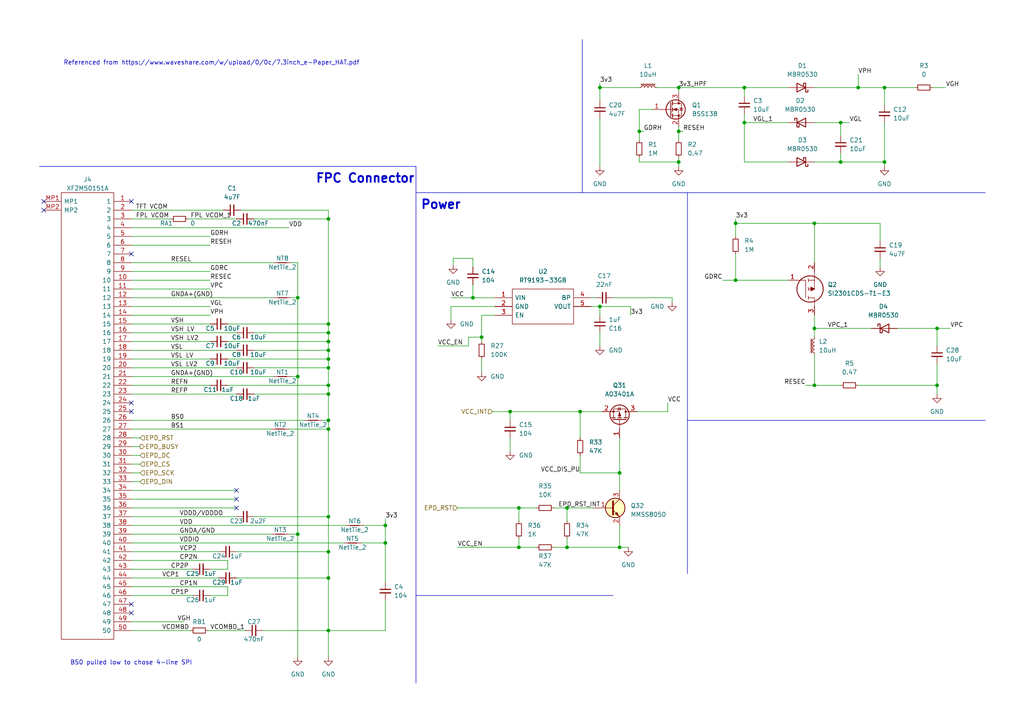
<source format=kicad_sch>
(kicad_sch (version 20230121) (generator eeschema)
  (paper "A4")
  (title_block (title "E-Paper Photo Frame") (date "2023-01-14") (rev "1.0"))
  (lib_symbols
    (symbol "Device:C_Small" (pin_numbers hide) (pin_names (offset 0.254) hide)
      (property "Reference" "C" (at 0.254 1.778 0))
      (property "Value" "C_Small" (at 0.254 -2.032 0))
      (symbol "C_Small_0_1"
        (polyline (pts (xy -1.524 -0.508) (xy 1.524 -0.508)) (stroke (width 0.3302)))
        (polyline (pts (xy -1.524 0.508) (xy 1.524 0.508)) (stroke (width 0.3048)))
      )
      (symbol "C_Small_1_1"
        (pin passive line (at 0 2.54 270) (length 2.032) (name "~") (number "1"))
        (pin passive line (at 0 -2.54 90) (length 2.032) (name "~") (number "2"))
      )
    )
    (symbol "Device:L_Iron_Small" (pin_numbers hide) (pin_names (offset 0.254) hide)
      (property "Reference" "L" (at 1.27 1.016 0))
      (property "Value" "L_Iron_Small" (at 1.27 -1.27 0))
      (symbol "L_Iron_Small_0_1"
        (arc (start 0 -2.032) (mid 0.5058 -1.524) (end 0 -1.016))
        (arc (start 0 -1.016) (mid 0.5058 -0.508) (end 0 0))
        (polyline (pts (xy 0.762 2.032) (xy 0.762 -2.032)))
        (polyline (pts (xy 1.016 -2.032) (xy 1.016 2.032)))
        (arc (start 0 0) (mid 0.5058 0.508) (end 0 1.016))
        (arc (start 0 1.016) (mid 0.5058 1.524) (end 0 2.032))
      )
      (symbol "L_Iron_Small_1_1"
        (pin passive line (at 0 2.54 270) (length 0.508) (name "~") (number "1"))
        (pin passive line (at 0 -2.54 90) (length 0.508) (name "~") (number "2"))
      )
    )
    (symbol "Device:NetTie_2" (pin_numbers hide) (pin_names (offset 0) hide) (in_bom no)
      (property "Reference" "NT" (at 0 1.27 0))
      (property "Value" "NetTie_2" (at 0 -1.27 0))
      (symbol "NetTie_2_0_1"
        (polyline (pts (xy -1.27 0) (xy 1.27 0)) (stroke (width 0.254)))
      )
      (symbol "NetTie_2_1_1"
        (pin passive line (at -2.54 0 0) (length 2.54) (name "1") (number "1"))
        (pin passive line (at 2.54 0 180) (length 2.54) (name "2") (number "2"))
      )
    )
    (symbol "Device:R_Small" (pin_numbers hide) (pin_names (offset 0.254) hide)
      (property "Reference" "R" (at 0.762 0.508 0))
      (property "Value" "R_Small" (at 0.762 -1.016 0))
      (symbol "R_Small_0_1"
        (rectangle (start -0.762 1.778) (end 0.762 -1.778) (stroke (width 0.2032)))
      )
      (symbol "R_Small_1_1"
        (pin passive line (at 0 2.54 270) (length 0.762) (name "~") (number "1"))
        (pin passive line (at 0 -2.54 90) (length 0.762) (name "~") (number "2"))
      )
    )
    (symbol "Diode:MBR0530" (pin_numbers hide) (pin_names (offset 1.016) hide)
      (property "Reference" "D" (at 0 2.54 0))
      (property "Value" "MBR0530" (at 0 -2.54 0))
      (symbol "MBR0530_0_1"
        (polyline (pts (xy 1.27 0) (xy -1.27 0)))
        (polyline (pts (xy 1.27 1.27) (xy 1.27 -1.27) (xy -1.27 0) (xy 1.27 1.27)) (stroke (width 0.254)))
        (polyline (pts (xy -1.905 0.635) (xy -1.905 1.27) (xy -1.27 1.27) (xy -1.27 -1.27) (xy -0.635 -1.27) (xy -0.635 -0.635)) (stroke (width 0.254)))
      )
      (symbol "MBR0530_1_1"
        (pin passive line (at -3.81 0 0) (length 2.54) (name "K") (number "1"))
        (pin passive line (at 3.81 0 180) (length 2.54) (name "A") (number "2"))
      )
    )
    (symbol "PCM_Transistor_BJT_AKL:MMSS8050" (pin_names hide)
      (property "Reference" "Q" (at 5.08 1.27 0))
      (property "Value" "MMSS8050" (at 5.08 -1.27 0))
      (symbol "MMSS8050_0_1"
        (polyline (pts (xy 0.635 0.635) (xy 2.54 2.54)))
        (polyline (pts (xy 0.635 -0.635) (xy 2.54 -2.54) (xy 2.54 -2.54)))
        (polyline (pts (xy 0.635 1.905) (xy 0.635 -1.905) (xy 0.635 -1.905)) (stroke (width 0.508)))
        (polyline (pts (xy 1.27 -1.778) (xy 1.778 -1.27) (xy 2.286 -2.286) (xy 1.27 -1.778) (xy 1.27 -1.778)) (fill (type outline)))
        (circle (center 1.27 0) (radius 2.8194) (stroke (width 0.254)) (fill (type background)))
      )
      (symbol "MMSS8050_1_1"
        (pin input line (at -5.08 0 0) (length 5.715) (name "B") (number "1"))
        (pin passive line (at 2.54 -5.08 90) (length 2.54) (name "E") (number "2"))
        (pin passive line (at 2.54 5.08 270) (length 2.54) (name "C") (number "3"))
      )
    )
    (symbol "SamacSys_Parts:RT9193-33GB" (pin_names (offset 0.762))
      (property "Reference" "IC" (at 24.13 7.62 0))
      (property "Value" "RT9193-33GB" (at 24.13 5.08 0))
      (symbol "RT9193-33GB_0_0"
        (pin passive line (at 0 0 0) (length 5.08) (name "VIN") (number "1"))
        (pin passive line (at 0 -2.54 0) (length 5.08) (name "GND") (number "2"))
        (pin passive line (at 0 -5.08 0) (length 5.08) (name "EN") (number "3"))
        (pin passive line (at 27.94 0 180) (length 5.08) (name "BP") (number "4"))
        (pin passive line (at 27.94 -2.54 180) (length 5.08) (name "VOUT") (number "5"))
      )
      (symbol "RT9193-33GB_0_1"
        (polyline (pts (xy 5.08 2.54) (xy 22.86 2.54) (xy 22.86 -7.62) (xy 5.08 -7.62) (xy 5.08 2.54)) (stroke (width 0.1524)))
      )
    )
    (symbol "SamacSys_Parts:SI2301CDS-T1-E3" (pin_names (offset 0.762))
      (property "Reference" "Q" (at 11.43 3.81 0))
      (property "Value" "SI2301CDS-T1-E3" (at 11.43 1.27 0))
      (symbol "SI2301CDS-T1-E3_0_0"
        (pin passive line (at 0 0 0) (length 2.54) (name "~") (number "1"))
        (pin passive line (at 7.62 -5.08 90) (length 2.54) (name "~") (number "2"))
        (pin passive line (at 7.62 10.16 270) (length 2.54) (name "~") (number "3"))
      )
      (symbol "SI2301CDS-T1-E3_0_1"
        (polyline (pts (xy 5.842 -0.508) (xy 5.842 0.508)) (stroke (width 0.1524)))
        (polyline (pts (xy 5.842 0) (xy 7.62 0)) (stroke (width 0.1524)))
        (polyline (pts (xy 5.842 2.032) (xy 5.842 3.048)) (stroke (width 0.1524)))
        (polyline (pts (xy 5.842 5.588) (xy 5.842 4.572)) (stroke (width 0.1524)))
        (polyline (pts (xy 7.62 2.54) (xy 5.842 2.54)) (stroke (width 0.1524)))
        (polyline (pts (xy 7.62 2.54) (xy 7.62 -2.54)) (stroke (width 0.1524)))
        (polyline (pts (xy 7.62 5.08) (xy 5.842 5.08)) (stroke (width 0.1524)))
        (polyline (pts (xy 7.62 5.08) (xy 7.62 7.62)) (stroke (width 0.1524)))
        (polyline (pts (xy 2.54 0) (xy 5.08 0) (xy 5.08 5.08)) (stroke (width 0.1524)))
        (polyline (pts (xy 7.62 2.54) (xy 6.604 3.048) (xy 6.604 2.032) (xy 7.62 2.54)) (stroke (width 0.254)) (fill (type outline)))
        (circle (center 6.35 2.54) (radius 3.81) (stroke (width 0.254)))
      )
    )
    (symbol "SamacSys_Parts:XF2M50151A" (pin_names (offset 0.762))
      (property "Reference" "J" (at 21.59 7.62 0))
      (property "Value" "XF2M50151A" (at 21.59 5.08 0))
      (symbol "XF2M50151A_0_0"
        (pin passive line (at 25.4 0 180) (length 5.08) (name "1") (number "1"))
        (pin passive line (at 25.4 -22.86 180) (length 5.08) (name "10") (number "10"))
        (pin passive line (at 25.4 -25.4 180) (length 5.08) (name "11") (number "11"))
        (pin passive line (at 25.4 -27.94 180) (length 5.08) (name "12") (number "12"))
        (pin passive line (at 25.4 -30.48 180) (length 5.08) (name "13") (number "13"))
        (pin passive line (at 25.4 -33.02 180) (length 5.08) (name "14") (number "14"))
        (pin passive line (at 25.4 -35.56 180) (length 5.08) (name "15") (number "15"))
        (pin passive line (at 25.4 -38.1 180) (length 5.08) (name "16") (number "16"))
        (pin passive line (at 25.4 -40.64 180) (length 5.08) (name "17") (number "17"))
        (pin passive line (at 25.4 -43.18 180) (length 5.08) (name "18") (number "18"))
        (pin passive line (at 25.4 -45.72 180) (length 5.08) (name "19") (number "19"))
        (pin passive line (at 25.4 -2.54 180) (length 5.08) (name "2") (number "2"))
        (pin passive line (at 25.4 -48.26 180) (length 5.08) (name "20") (number "20"))
        (pin passive line (at 25.4 -50.8 180) (length 5.08) (name "21") (number "21"))
        (pin passive line (at 25.4 -53.34 180) (length 5.08) (name "22") (number "22"))
        (pin passive line (at 25.4 -55.88 180) (length 5.08) (name "23") (number "23"))
        (pin passive line (at 25.4 -58.42 180) (length 5.08) (name "24") (number "24"))
        (pin passive line (at 25.4 -60.96 180) (length 5.08) (name "25") (number "25"))
        (pin passive line (at 25.4 -63.5 180) (length 5.08) (name "26") (number "26"))
        (pin passive line (at 25.4 -66.04 180) (length 5.08) (name "27") (number "27"))
        (pin passive line (at 25.4 -68.58 180) (length 5.08) (name "28") (number "28"))
        (pin passive line (at 25.4 -71.12 180) (length 5.08) (name "29") (number "29"))
        (pin passive line (at 25.4 -5.08 180) (length 5.08) (name "3") (number "3"))
        (pin passive line (at 25.4 -73.66 180) (length 5.08) (name "30") (number "30"))
        (pin passive line (at 25.4 -76.2 180) (length 5.08) (name "31") (number "31"))
        (pin passive line (at 25.4 -78.74 180) (length 5.08) (name "32") (number "32"))
        (pin passive line (at 25.4 -81.28 180) (length 5.08) (name "33") (number "33"))
        (pin passive line (at 25.4 -83.82 180) (length 5.08) (name "34") (number "34"))
        (pin passive line (at 25.4 -86.36 180) (length 5.08) (name "35") (number "35"))
        (pin passive line (at 25.4 -88.9 180) (length 5.08) (name "36") (number "36"))
        (pin passive line (at 25.4 -91.44 180) (length 5.08) (name "37") (number "37"))
        (pin passive line (at 25.4 -93.98 180) (length 5.08) (name "38") (number "38"))
        (pin passive line (at 25.4 -96.52 180) (length 5.08) (name "39") (number "39"))
        (pin passive line (at 25.4 -7.62 180) (length 5.08) (name "4") (number "4"))
        (pin passive line (at 25.4 -99.06 180) (length 5.08) (name "40") (number "40"))
        (pin passive line (at 25.4 -101.6 180) (length 5.08) (name "41") (number "41"))
        (pin passive line (at 25.4 -104.14 180) (length 5.08) (name "42") (number "42"))
        (pin passive line (at 25.4 -106.68 180) (length 5.08) (name "43") (number "43"))
        (pin passive line (at 25.4 -109.22 180) (length 5.08) (name "44") (number "44"))
        (pin passive line (at 25.4 -111.76 180) (length 5.08) (name "45") (number "45"))
        (pin passive line (at 25.4 -114.3 180) (length 5.08) (name "46") (number "46"))
        (pin passive line (at 25.4 -116.84 180) (length 5.08) (name "47") (number "47"))
        (pin passive line (at 25.4 -119.38 180) (length 5.08) (name "48") (number "48"))
        (pin passive line (at 25.4 -121.92 180) (length 5.08) (name "49") (number "49"))
        (pin passive line (at 25.4 -10.16 180) (length 5.08) (name "5") (number "5"))
        (pin passive line (at 25.4 -124.46 180) (length 5.08) (name "50") (number "50"))
        (pin passive line (at 25.4 -12.7 180) (length 5.08) (name "6") (number "6"))
        (pin passive line (at 25.4 -15.24 180) (length 5.08) (name "7") (number "7"))
        (pin passive line (at 25.4 -17.78 180) (length 5.08) (name "8") (number "8"))
        (pin passive line (at 25.4 -20.32 180) (length 5.08) (name "9") (number "9"))
        (pin passive line (at 0 0 0) (length 5.08) (name "MP1") (number "MP1"))
        (pin passive line (at 0 -2.54 0) (length 5.08) (name "MP2") (number "MP2"))
      )
      (symbol "XF2M50151A_0_1"
        (polyline (pts (xy 5.08 2.54) (xy 20.32 2.54) (xy 20.32 -127) (xy 5.08 -127) (xy 5.08 2.54)) (stroke (width 0.1524)))
      )
    )
    (symbol "Transistor_FET:AO3401A" (pin_names hide)
      (property "Reference" "Q" (at 5.08 1.905 0))
      (property "Value" "AO3401A" (at 5.08 0 0))
      (symbol "AO3401A_0_1"
        (polyline (pts (xy 0.254 0) (xy -2.54 0)))
        (polyline (pts (xy 0.254 1.905) (xy 0.254 -1.905)) (stroke (width 0.254)))
        (polyline (pts (xy 0.762 -1.27) (xy 0.762 -2.286)) (stroke (width 0.254)))
        (polyline (pts (xy 0.762 0.508) (xy 0.762 -0.508)) (stroke (width 0.254)))
        (polyline (pts (xy 0.762 2.286) (xy 0.762 1.27)) (stroke (width 0.254)))
        (polyline (pts (xy 2.54 2.54) (xy 2.54 1.778)))
        (polyline (pts (xy 2.54 -2.54) (xy 2.54 0) (xy 0.762 0)))
        (polyline (pts (xy 0.762 1.778) (xy 3.302 1.778) (xy 3.302 -1.778) (xy 0.762 -1.778)))
        (polyline (pts (xy 2.286 0) (xy 1.27 0.381) (xy 1.27 -0.381) (xy 2.286 0)) (fill (type outline)))
        (polyline (pts (xy 2.794 -0.508) (xy 2.921 -0.381) (xy 3.683 -0.381) (xy 3.81 -0.254)))
        (polyline (pts (xy 3.302 -0.381) (xy 2.921 0.254) (xy 3.683 0.254) (xy 3.302 -0.381)))
        (circle (center 1.651 0) (radius 2.794) (stroke (width 0.254)))
        (circle (center 2.54 -1.778) (radius 0.254) (fill (type outline)))
        (circle (center 2.54 1.778) (radius 0.254) (fill (type outline)))
      )
      (symbol "AO3401A_1_1"
        (pin input line (at -5.08 0 0) (length 2.54) (name "G") (number "1"))
        (pin passive line (at 2.54 -5.08 90) (length 2.54) (name "S") (number "2"))
        (pin passive line (at 2.54 5.08 270) (length 2.54) (name "D") (number "3"))
      )
    )
    (symbol "Transistor_FET:BSS138" (pin_names hide)
      (property "Reference" "Q" (at 5.08 1.905 0))
      (property "Value" "BSS138" (at 5.08 0 0))
      (symbol "BSS138_0_1"
        (polyline (pts (xy 0.254 0) (xy -2.54 0)))
        (polyline (pts (xy 0.254 1.905) (xy 0.254 -1.905)) (stroke (width 0.254)))
        (polyline (pts (xy 0.762 -1.27) (xy 0.762 -2.286)) (stroke (width 0.254)))
        (polyline (pts (xy 0.762 0.508) (xy 0.762 -0.508)) (stroke (width 0.254)))
        (polyline (pts (xy 0.762 2.286) (xy 0.762 1.27)) (stroke (width 0.254)))
        (polyline (pts (xy 2.54 2.54) (xy 2.54 1.778)))
        (polyline (pts (xy 2.54 -2.54) (xy 2.54 0) (xy 0.762 0)))
        (polyline (pts (xy 0.762 -1.778) (xy 3.302 -1.778) (xy 3.302 1.778) (xy 0.762 1.778)))
        (polyline (pts (xy 1.016 0) (xy 2.032 0.381) (xy 2.032 -0.381) (xy 1.016 0)) (fill (type outline)))
        (polyline (pts (xy 2.794 0.508) (xy 2.921 0.381) (xy 3.683 0.381) (xy 3.81 0.254)))
        (polyline (pts (xy 3.302 0.381) (xy 2.921 -0.254) (xy 3.683 -0.254) (xy 3.302 0.381)))
        (circle (center 1.651 0) (radius 2.794) (stroke (width 0.254)))
        (circle (center 2.54 -1.778) (radius 0.254) (fill (type outline)))
        (circle (center 2.54 1.778) (radius 0.254) (fill (type outline)))
      )
      (symbol "BSS138_1_1"
        (pin input line (at -5.08 0 0) (length 2.54) (name "G") (number "1"))
        (pin passive line (at 2.54 -5.08 90) (length 2.54) (name "S") (number "2"))
        (pin passive line (at 2.54 5.08 270) (length 2.54) (name "D") (number "3"))
      )
    )
    (symbol "power:GND" (power) (pin_names (offset 0))
      (property "Value" "GND" (at 0 -3.81 0))
      (symbol "GND_0_1"
        (polyline (pts (xy 0 0) (xy 0 -1.27) (xy 1.27 -1.27) (xy 0 -2.54) (xy -1.27 -1.27) (xy 0 -1.27)))
      )
      (symbol "GND_1_1"
        (pin power_in line (at 0 0 270) (length 0) hide (name "GND") (number "1"))
      )
    )
  )
  (junction (at 95.25 101.6))
  (junction (at 164.465 147.32))
  (junction (at 150.495 147.32))
  (junction (at 86.36 154.94))
  (junction (at 215.9 25.4))
  (junction (at 150.495 158.75))
  (junction (at 95.25 104.14))
  (junction (at 95.25 167.64))
  (junction (at 95.25 124.46))
  (junction (at 139.7 97.79))
  (junction (at 95.25 93.98))
  (junction (at 271.78 111.76))
  (junction (at 147.955 119.38))
  (junction (at 243.84 35.56))
  (junction (at 86.36 86.36))
  (junction (at 179.705 137.16))
  (junction (at 95.25 106.68))
  (junction (at 173.99 25.4))
  (junction (at 95.25 114.3))
  (junction (at 248.92 25.4))
  (junction (at 236.22 95.25))
  (junction (at 196.85 38.1))
  (junction (at 271.78 95.25))
  (junction (at 95.25 160.02))
  (junction (at 213.36 64.77))
  (junction (at 256.54 46.99))
  (junction (at 196.85 25.4))
  (junction (at 196.85 46.99))
  (junction (at 215.9 35.56))
  (junction (at 95.25 149.86))
  (junction (at 164.465 158.75))
  (junction (at 95.25 121.92))
  (junction (at 111.76 157.48))
  (junction (at 95.25 99.06))
  (junction (at 173.99 88.9))
  (junction (at 179.705 158.75))
  (junction (at 236.22 64.77))
  (junction (at 213.36 81.28))
  (junction (at 95.25 63.5))
  (junction (at 111.76 152.4))
  (junction (at 243.84 46.99))
  (junction (at 236.22 111.76))
  (junction (at 95.25 182.88))
  (junction (at 256.54 25.4))
  (junction (at 137.16 86.36))
  (junction (at 185.42 38.1))
  (junction (at 95.25 111.76))
  (junction (at 86.36 109.22))
  (junction (at 168.275 119.38))
  (junction (at 95.25 96.52))
  (no_connect (at 38.1 175.26))
  (no_connect (at 12.7 58.42))
  (no_connect (at 38.1 73.66))
  (no_connect (at 12.7 60.96))
  (no_connect (at 38.1 116.84))
  (no_connect (at 38.1 119.38))
  (no_connect (at 68.58 147.32))
  (no_connect (at 68.58 144.78))
  (no_connect (at 68.58 142.24))
  (no_connect (at 38.1 58.42))
  (no_connect (at 38.1 177.8))
  (wire (pts (xy 179.705 158.75) (xy 179.705 152.4)))
  (wire (pts (xy 243.84 46.99) (xy 256.54 46.99)))
  (wire (pts (xy 177.8 86.36) (xy 194.945 86.36)))
  (wire (pts (xy 179.705 137.16) (xy 179.705 127)))
  (wire (pts (xy 60.325 182.88) (xy 71.12 182.88)))
  (wire (pts (xy 73.66 101.6) (xy 95.25 101.6)))
  (wire (pts (xy 143.51 88.9) (xy 130.81 88.9)))
  (wire (pts (xy 95.25 96.52) (xy 95.25 99.06)))
  (wire (pts (xy 95.25 60.96) (xy 69.85 60.96)))
  (wire (pts (xy 66.04 111.76) (xy 95.25 111.76)))
  (wire (pts (xy 38.1 114.3) (xy 68.58 114.3)))
  (wire (pts (xy 95.25 182.88) (xy 95.25 190.5)))
  (wire (pts (xy 73.66 114.3) (xy 95.25 114.3)))
  (wire (pts (xy 173.99 34.29) (xy 173.99 48.26)))
  (wire (pts (xy 54.61 63.5) (xy 68.58 63.5)))
  (wire (pts (xy 168.275 137.16) (xy 179.705 137.16)))
  (wire (pts (xy 38.1 137.16) (xy 40.64 137.16)))
  (wire (pts (xy 164.465 158.75) (xy 179.705 158.75)))
  (wire (pts (xy 215.9 35.56) (xy 228.6 35.56)))
  (wire (pts (xy 164.465 147.32) (xy 164.465 151.13)))
  (wire (pts (xy 184.785 119.38) (xy 193.675 119.38)))
  (wire (pts (xy 213.36 73.66) (xy 213.36 81.28)))
  (wire (pts (xy 95.25 121.92) (xy 95.25 124.46)))
  (wire (pts (xy 143.51 91.44) (xy 139.7 91.44)))
  (wire (pts (xy 95.25 106.68) (xy 95.25 111.76)))
  (wire (pts (xy 95.25 101.6) (xy 95.25 104.14)))
  (wire (pts (xy 95.25 124.46) (xy 95.25 149.86)))
  (wire (pts (xy 84.455 86.36) (xy 86.36 86.36)))
  (wire (pts (xy 95.25 111.76) (xy 95.25 114.3)))
  (wire (pts (xy 168.275 119.38) (xy 174.625 119.38)))
  (polyline (pts (xy 120.65 172.72) (xy 177.8 172.72)))
  (wire (pts (xy 215.9 25.4) (xy 228.6 25.4)))
  (wire (pts (xy 168.275 132.08) (xy 168.275 137.16)))
  (wire (pts (xy 196.85 25.4) (xy 196.85 26.67)))
  (wire (pts (xy 38.1 66.04) (xy 83.82 66.04)))
  (wire (pts (xy 38.1 154.94) (xy 78.74 154.94)))
  (wire (pts (xy 150.495 158.75) (xy 150.495 156.21)))
  (wire (pts (xy 196.85 45.72) (xy 196.85 46.99)))
  (wire (pts (xy 38.1 167.64) (xy 63.5 167.64)))
  (polyline (pts (xy 168.91 55.88) (xy 285.75 55.88)))
  (wire (pts (xy 139.7 104.14) (xy 139.7 107.95)))
  (wire (pts (xy 83.82 124.46) (xy 95.25 124.46)))
  (wire (pts (xy 194.945 86.36) (xy 194.945 87.63)))
  (wire (pts (xy 95.25 63.5) (xy 95.25 93.98)))
  (wire (pts (xy 185.42 45.72) (xy 185.42 46.99)))
  (wire (pts (xy 215.9 33.02) (xy 215.9 35.56)))
  (wire (pts (xy 38.1 182.88) (xy 55.245 182.88)))
  (wire (pts (xy 171.45 88.9) (xy 173.99 88.9)))
  (wire (pts (xy 236.22 35.56) (xy 243.84 35.56)))
  (wire (pts (xy 137.16 86.36) (xy 130.81 86.36)))
  (wire (pts (xy 182.88 91.44) (xy 182.88 88.9)))
  (wire (pts (xy 196.85 38.1) (xy 196.85 40.64)))
  (wire (pts (xy 143.51 86.36) (xy 137.16 86.36)))
  (wire (pts (xy 86.36 109.22) (xy 86.36 154.94)))
  (wire (pts (xy 271.78 95.25) (xy 271.78 100.33)))
  (wire (pts (xy 190.5 25.4) (xy 196.85 25.4)))
  (wire (pts (xy 185.42 38.1) (xy 185.42 40.64)))
  (wire (pts (xy 131.445 74.93) (xy 131.445 76.835)))
  (wire (pts (xy 38.1 172.72) (xy 55.88 172.72)))
  (wire (pts (xy 248.92 25.4) (xy 256.54 25.4)))
  (wire (pts (xy 271.78 111.76) (xy 271.78 114.3)))
  (polyline (pts (xy 199.39 121.92) (xy 285.75 121.92)))
  (wire (pts (xy 38.1 88.9) (xy 60.96 88.9)))
  (wire (pts (xy 213.36 81.28) (xy 228.6 81.28)))
  (wire (pts (xy 38.1 134.62) (xy 40.64 134.62)))
  (polyline (pts (xy 199.39 55.88) (xy 199.39 121.92)))
  (wire (pts (xy 160.655 158.75) (xy 164.465 158.75)))
  (wire (pts (xy 95.25 160.02) (xy 95.25 167.64)))
  (wire (pts (xy 104.775 157.48) (xy 111.76 157.48)))
  (wire (pts (xy 137.16 82.55) (xy 137.16 86.36)))
  (wire (pts (xy 60.96 172.72) (xy 66.04 172.72)))
  (wire (pts (xy 86.36 76.2) (xy 86.36 86.36)))
  (wire (pts (xy 38.1 99.06) (xy 60.96 99.06)))
  (wire (pts (xy 38.1 160.02) (xy 63.5 160.02)))
  (wire (pts (xy 243.84 35.56) (xy 246.38 35.56)))
  (wire (pts (xy 160.655 147.32) (xy 164.465 147.32)))
  (wire (pts (xy 139.7 97.79) (xy 139.7 99.06)))
  (wire (pts (xy 215.9 46.99) (xy 228.6 46.99)))
  (wire (pts (xy 236.22 46.99) (xy 243.84 46.99)))
  (wire (pts (xy 236.22 91.44) (xy 236.22 95.25)))
  (wire (pts (xy 236.22 76.2) (xy 236.22 64.77)))
  (wire (pts (xy 147.955 121.92) (xy 147.955 119.38)))
  (wire (pts (xy 66.04 162.56) (xy 38.1 162.56)))
  (wire (pts (xy 137.16 74.93) (xy 137.16 77.47)))
  (wire (pts (xy 215.9 25.4) (xy 196.85 25.4)))
  (wire (pts (xy 256.54 25.4) (xy 265.43 25.4)))
  (wire (pts (xy 38.1 76.2) (xy 79.375 76.2)))
  (wire (pts (xy 236.22 111.76) (xy 236.22 102.87)))
  (wire (pts (xy 83.82 154.94) (xy 86.36 154.94)))
  (wire (pts (xy 73.66 149.86) (xy 95.25 149.86)))
  (wire (pts (xy 38.1 111.76) (xy 60.96 111.76)))
  (wire (pts (xy 196.85 38.1) (xy 198.12 38.1)))
  (wire (pts (xy 38.1 91.44) (xy 60.96 91.44)))
  (wire (pts (xy 84.455 109.22) (xy 86.36 109.22)))
  (wire (pts (xy 236.22 64.77) (xy 213.36 64.77)))
  (wire (pts (xy 86.36 86.36) (xy 86.36 109.22)))
  (wire (pts (xy 155.575 147.32) (xy 150.495 147.32)))
  (wire (pts (xy 179.705 137.16) (xy 179.705 142.24)))
  (wire (pts (xy 38.1 152.4) (xy 100.33 152.4)))
  (wire (pts (xy 38.1 81.28) (xy 60.96 81.28)))
  (wire (pts (xy 86.36 154.94) (xy 86.36 190.5)))
  (wire (pts (xy 243.84 111.76) (xy 236.22 111.76)))
  (wire (pts (xy 147.955 119.38) (xy 168.275 119.38)))
  (wire (pts (xy 60.96 165.1) (xy 66.04 165.1)))
  (wire (pts (xy 173.99 25.4) (xy 185.42 25.4)))
  (wire (pts (xy 38.1 149.86) (xy 68.58 149.86)))
  (wire (pts (xy 196.85 46.99) (xy 196.85 48.26)))
  (wire (pts (xy 111.76 182.88) (xy 95.25 182.88)))
  (wire (pts (xy 236.22 95.25) (xy 236.22 97.79)))
  (wire (pts (xy 95.25 104.14) (xy 95.25 106.68)))
  (wire (pts (xy 66.04 99.06) (xy 95.25 99.06)))
  (wire (pts (xy 271.78 105.41) (xy 271.78 111.76)))
  (wire (pts (xy 38.1 127) (xy 40.64 127)))
  (wire (pts (xy 271.78 95.25) (xy 275.59 95.25)))
  (wire (pts (xy 38.1 139.7) (xy 40.64 139.7)))
  (wire (pts (xy 73.66 63.5) (xy 95.25 63.5)))
  (wire (pts (xy 213.36 64.77) (xy 213.36 68.58)))
  (wire (pts (xy 173.99 100.33) (xy 173.99 96.52)))
  (wire (pts (xy 95.25 99.06) (xy 95.25 101.6)))
  (wire (pts (xy 84.455 76.2) (xy 86.36 76.2)))
  (polyline (pts (xy 120.65 55.88) (xy 168.91 55.88)))
  (wire (pts (xy 137.16 74.93) (xy 131.445 74.93)))
  (wire (pts (xy 173.99 24.13) (xy 173.99 25.4)))
  (wire (pts (xy 147.955 127) (xy 147.955 130.81)))
  (wire (pts (xy 243.84 35.56) (xy 243.84 39.37)))
  (wire (pts (xy 168.275 119.38) (xy 168.275 127)))
  (wire (pts (xy 173.99 88.9) (xy 182.88 88.9)))
  (wire (pts (xy 132.715 147.32) (xy 150.495 147.32)))
  (wire (pts (xy 105.41 152.4) (xy 111.76 152.4)))
  (wire (pts (xy 260.35 95.25) (xy 271.78 95.25)))
  (wire (pts (xy 255.27 74.93) (xy 255.27 77.47)))
  (wire (pts (xy 255.27 64.77) (xy 236.22 64.77)))
  (wire (pts (xy 38.1 144.78) (xy 68.58 144.78)))
  (wire (pts (xy 155.575 158.75) (xy 150.495 158.75)))
  (wire (pts (xy 171.45 86.36) (xy 172.72 86.36)))
  (wire (pts (xy 38.1 93.98) (xy 60.96 93.98)))
  (wire (pts (xy 66.04 172.72) (xy 66.04 170.18)))
  (wire (pts (xy 38.1 147.32) (xy 68.58 147.32)))
  (wire (pts (xy 73.66 106.68) (xy 95.25 106.68)))
  (wire (pts (xy 236.22 25.4) (xy 248.92 25.4)))
  (wire (pts (xy 256.54 46.99) (xy 256.54 48.26)))
  (wire (pts (xy 38.1 124.46) (xy 78.74 124.46)))
  (wire (pts (xy 127 100.33) (xy 135.89 100.33)))
  (wire (pts (xy 38.1 78.74) (xy 60.96 78.74)))
  (wire (pts (xy 38.1 63.5) (xy 49.53 63.5)))
  (wire (pts (xy 66.04 165.1) (xy 66.04 162.56)))
  (wire (pts (xy 95.25 93.98) (xy 95.25 96.52)))
  (wire (pts (xy 135.89 97.79) (xy 139.7 97.79)))
  (wire (pts (xy 38.1 109.22) (xy 79.375 109.22)))
  (wire (pts (xy 38.1 83.82) (xy 60.96 83.82)))
  (wire (pts (xy 95.25 149.86) (xy 95.25 160.02)))
  (wire (pts (xy 132.715 158.75) (xy 150.495 158.75)))
  (wire (pts (xy 185.42 46.99) (xy 196.85 46.99)))
  (polyline (pts (xy 168.91 11.43) (xy 168.91 55.88)))
  (wire (pts (xy 38.1 68.58) (xy 60.96 68.58)))
  (wire (pts (xy 38.1 165.1) (xy 55.88 165.1)))
  (wire (pts (xy 68.58 167.64) (xy 95.25 167.64)))
  (wire (pts (xy 111.76 150.495) (xy 111.76 152.4)))
  (wire (pts (xy 233.68 111.76) (xy 236.22 111.76)))
  (wire (pts (xy 38.1 180.34) (xy 53.34 180.34)))
  (wire (pts (xy 173.99 25.4) (xy 173.99 29.21)))
  (wire (pts (xy 38.1 60.96) (xy 64.77 60.96)))
  (wire (pts (xy 209.55 81.28) (xy 213.36 81.28)))
  (wire (pts (xy 147.955 119.38) (xy 142.875 119.38)))
  (wire (pts (xy 38.1 71.12) (xy 60.96 71.12)))
  (wire (pts (xy 213.36 63.5) (xy 213.36 64.77)))
  (wire (pts (xy 38.1 142.24) (xy 68.58 142.24)))
  (wire (pts (xy 271.78 111.76) (xy 248.92 111.76)))
  (wire (pts (xy 111.76 157.48) (xy 111.76 168.91)))
  (wire (pts (xy 193.675 119.38) (xy 193.675 116.84)))
  (wire (pts (xy 185.42 31.75) (xy 185.42 38.1)))
  (wire (pts (xy 111.76 173.99) (xy 111.76 182.88)))
  (wire (pts (xy 38.1 106.68) (xy 68.58 106.68)))
  (wire (pts (xy 38.1 121.92) (xy 88.265 121.92)))
  (wire (pts (xy 76.2 182.88) (xy 95.25 182.88)))
  (wire (pts (xy 164.465 147.32) (xy 172.085 147.32)))
  (wire (pts (xy 215.9 27.94) (xy 215.9 25.4)))
  (wire (pts (xy 248.92 21.59) (xy 248.92 25.4)))
  (wire (pts (xy 215.9 35.56) (xy 215.9 46.99)))
  (wire (pts (xy 38.1 101.6) (xy 68.58 101.6)))
  (wire (pts (xy 236.22 95.25) (xy 252.73 95.25)))
  (wire (pts (xy 111.76 157.48) (xy 111.76 152.4)))
  (polyline (pts (xy 120.65 48.26) (xy 120.65 198.12)))
  (polyline (pts (xy 11.43 48.26) (xy 120.65 48.26)))
  (wire (pts (xy 255.27 69.85) (xy 255.27 64.77)))
  (wire (pts (xy 38.1 96.52) (xy 68.58 96.52)))
  (wire (pts (xy 139.7 91.44) (xy 139.7 97.79)))
  (wire (pts (xy 95.25 114.3) (xy 95.25 121.92)))
  (polyline (pts (xy 199.39 121.92) (xy 199.39 166.37)))
  (wire (pts (xy 95.25 63.5) (xy 95.25 60.96)))
  (wire (pts (xy 68.58 160.02) (xy 95.25 160.02)))
  (wire (pts (xy 73.66 96.52) (xy 95.25 96.52)))
  (wire (pts (xy 173.99 91.44) (xy 173.99 88.9)))
  (wire (pts (xy 66.04 104.14) (xy 95.25 104.14)))
  (wire (pts (xy 256.54 25.4) (xy 256.54 30.48)))
  (wire (pts (xy 150.495 147.32) (xy 150.495 151.13)))
  (wire (pts (xy 243.84 46.99) (xy 243.84 44.45)))
  (wire (pts (xy 270.51 25.4) (xy 274.32 25.4)))
  (wire (pts (xy 189.23 31.75) (xy 185.42 31.75)))
  (wire (pts (xy 38.1 86.36) (xy 79.375 86.36)))
  (wire (pts (xy 38.1 132.08) (xy 40.64 132.08)))
  (wire (pts (xy 95.25 167.64) (xy 95.25 182.88)))
  (wire (pts (xy 130.81 88.9) (xy 130.81 92.71)))
  (wire (pts (xy 66.04 170.18) (xy 38.1 170.18)))
  (wire (pts (xy 38.1 104.14) (xy 60.96 104.14)))
  (wire (pts (xy 182.245 158.75) (xy 179.705 158.75)))
  (wire (pts (xy 196.85 36.83) (xy 196.85 38.1)))
  (wire (pts (xy 38.1 129.54) (xy 40.64 129.54)))
  (wire (pts (xy 38.1 157.48) (xy 99.695 157.48)))
  (wire (pts (xy 164.465 156.21) (xy 164.465 158.75)))
  (wire (pts (xy 185.42 38.1) (xy 186.69 38.1)))
  (wire (pts (xy 135.89 100.33) (xy 135.89 97.79)))
  (wire (pts (xy 93.345 121.92) (xy 95.25 121.92)))
  (wire (pts (xy 256.54 35.56) (xy 256.54 46.99)))
  (wire (pts (xy 66.04 93.98) (xy 95.25 93.98)))
  (text "FPC Connector" (at 91.44 53.34 0) (effects (font (size 2.54 2.54) (thickness 0.508) bold) (justify left bottom)))
  (text "BS0 pulled low to chose 4-line SPI" (at 20.32 193.04 0) (effects (font (size 1.27 1.27)) (justify left bottom)))
  (text "Power" (at 121.92 60.96 0) (effects (font (size 2.54 2.54) bold) (justify left bottom)))
  (text "Referenced from https://www.waveshare.com/w/upload/0/0c/7.3inch_e-Paper_HAT.pdf" (at 18.415 19.05 0) (effects (font (size 1.27 1.27)) (justify left bottom)))
  (label "VCC_EN" (at 132.715 158.75 0))
  (label "RESEL" (at 49.53 76.2 0))
  (label "VSH" (at 49.53 93.98 0))
  (label "VDD" (at 83.82 66.04 0))
  (label "VCC" (at 130.81 86.36 0))
  (label "CP1N" (at 52.07 170.18 0))
  (label "FPL VCOM" (at 39.37 63.5 0))
  (label "EPD_RST_INT" (at 161.925 147.32 0))
  (label "3v3_HPF" (at 196.85 25.4 0))
  (label "VPH" (at 60.96 91.44 0))
  (label "VSL LV2" (at 49.53 106.68 0))
  (label "RESEC" (at 233.68 111.76 180))
  (label "VCP2" (at 52.07 160.02 0))
  (label "VCC" (at 193.675 116.84 0))
  (label "CP1P" (at 49.53 172.72 0))
  (label "GDRH" (at 186.69 38.1 0))
  (label "VPH" (at 248.92 21.59 0))
  (label "VGH" (at 274.32 25.4 0))
  (label "RESEH" (at 60.96 71.12 0))
  (label "VGH" (at 51.435 180.34 0))
  (label "GDRC" (at 60.96 78.74 0))
  (label "BS1" (at 49.53 124.46 0))
  (label "VDDIO" (at 52.07 157.48 0))
  (label "RESEC" (at 60.96 81.28 0))
  (label "VGL_1" (at 218.44 35.56 0))
  (label "VCC_EN" (at 127 100.33 0))
  (label "VSH LV2" (at 49.53 99.06 0))
  (label "GDRH" (at 60.96 68.58 0))
  (label "3v3" (at 213.36 63.5 0))
  (label "VCP1" (at 46.99 167.64 0))
  (label "VDDD{slash}VDDDO" (at 52.07 149.86 0))
  (label "VDD" (at 52.07 152.4 0))
  (label "VPC" (at 275.59 95.25 0))
  (label "BS0" (at 49.53 121.92 0))
  (label "CP2P" (at 49.53 165.1 0))
  (label "RESEH" (at 198.12 38.1 0))
  (label "VPC_1" (at 240.03 95.25 0))
  (label "FPL VCOM_1" (at 55.245 63.5 0))
  (label "VSL LV" (at 49.53 104.14 0))
  (label "TFT VCOM" (at 39.37 60.96 0))
  (label "GDRC" (at 209.55 81.28 180))
  (label "GNDA{slash}GND" (at 52.07 154.94 0))
  (label "3v3" (at 173.99 24.13 0))
  (label "3v3" (at 111.76 150.495 0))
  (label "REFN" (at 49.53 111.76 0))
  (label "VCC_DIS_PU" (at 168.275 137.16 180))
  (label "VGL" (at 246.38 35.56 0))
  (label "REFP" (at 49.53 114.3 0))
  (label "VCOMBD" (at 46.99 182.88 0))
  (label "VCOMBD_1" (at 60.96 182.88 0))
  (label "VGL" (at 60.96 88.9 0))
  (label "GNDA+(GND)" (at 49.53 86.36 0))
  (label "VSL" (at 49.53 101.6 0))
  (label "GNDA+(GND)" (at 49.53 109.22 0))
  (label "CP2N" (at 52.07 162.56 0))
  (label "VSH LV" (at 49.53 96.52 0))
  (label "3v3" (at 182.88 91.44 0))
  (label "VPC" (at 60.96 83.82 0))
  (hierarchical_label "EPD_RST" (shape input) (at 40.64 127 0))
  (hierarchical_label "EPD_DIN" (shape input) (at 40.64 139.7 0))
  (hierarchical_label "EPD_SCK" (shape input) (at 40.64 137.16 0))
  (hierarchical_label "EPD_CS" (shape input) (at 40.64 134.62 0))
  (hierarchical_label "VCC_INT" (shape input) (at 142.875 119.38 180))
  (hierarchical_label "EPD_DC" (shape input) (at 40.64 132.08 0))
  (hierarchical_label "EPD_BUSY" (shape output) (at 40.64 129.54 0))
  (hierarchical_label "EPD_RST" (shape input) (at 132.715 147.32 180))
  (symbol (lib_id "Device:L_Iron_Small") (at 236.22 100.33 180) (unit 1)
    (property "Reference" "L2" (at 237.49 99.0599 0) (effects (justify right)))
    (property "Value" "10uH" (at 237.49 101.5999 0) (effects (justify right)))
    (property "Footprint" "SamacSys_Parts:INDPM4040X200N" (effects hide))
    (property "LCSC" "C82398" (effects hide))
  )
  (symbol (lib_id "Device:C_Small") (at 71.12 96.52 90) (unit 1)
    (property "Reference" "C6" (at 68.58 97.79 90))
    (property "Value" "10uF" (at 74.93 97.79 90))
    (property "Footprint" "Capacitor_SMD:C_0603_1608Metric" (effects hide))
    (property "MAX Voltage" "25V" (effects hide))
    (property "LCSC" "C96446" (effects hide))
  )
  (symbol (lib_id "power:GND") (at 256.54 48.26 0) (unit 1)
    (property "Reference" "#PWR0109" (effects hide))
    (property "Value" "GND" (at 256.54 53.34 0))
  )
  (symbol (lib_id "power:GND") (at 182.245 158.75 0) (unit 1)
    (property "Reference" "#PWR0105" (effects hide))
    (property "Value" "GND" (at 182.245 163.83 0))
  )
  (symbol (lib_id "Device:R_Small") (at 139.7 101.6 0) (unit 1)
    (property "Reference" "R27" (at 142.24 100.3299 0) (effects (justify left)))
    (property "Value" "100K" (at 142.24 102.8699 0) (effects (justify left)))
    (property "Footprint" "Resistor_SMD:R_0805_2012Metric" (effects hide))
    (property "LCSC" "C149504" (effects hide))
  )
  (symbol (lib_id "Device:C_Small") (at 243.84 41.91 0) (unit 1)
    (property "Reference" "C21" (at 246.38 40.6462 0) (effects (justify left)))
    (property "Value" "10uF" (at 246.38 43.1862 0) (effects (justify left)))
    (property "Footprint" "Capacitor_SMD:C_0603_1608Metric" (effects hide))
    (property "MAX Voltage" "25V" (effects hide))
    (property "LCSC" "C96446" (effects hide))
  )
  (symbol (lib_id "Device:C_Small") (at 173.99 31.75 0) (unit 1)
    (property "Reference" "C20" (at 176.53 30.4862 0) (effects (justify left)))
    (property "Value" "4u7F" (at 176.53 33.0262 0) (effects (justify left)))
    (property "Footprint" "Capacitor_SMD:C_0603_1608Metric" (effects hide))
    (property "MAX Voltage" "10V" (effects hide))
    (property "LCSC" "C19666" (effects hide))
  )
  (symbol (lib_id "Transistor_FET:AO3401A") (at 179.705 121.92 270) (mirror x) (unit 1)
    (property "Reference" "Q31" (at 179.705 111.76 90))
    (property "Value" "AO3401A" (at 179.705 114.3 90))
    (property "Footprint" "Package_TO_SOT_SMD:SOT-23" (effects hide))
    (property "Datasheet" "http://www.aosmd.com/pdfs/datasheet/AO3401A.pdf" (effects hide))
    (property "LCSC" "C15127" (effects hide))
  )
  (symbol (lib_id "Device:R_Small") (at 164.465 153.67 0) (unit 1)
    (property "Reference" "R34" (at 167.005 152.3999 0) (effects (justify left)))
    (property "Value" "47K" (at 167.005 154.9399 0) (effects (justify left)))
    (property "Footprint" "Resistor_SMD:R_0805_2012Metric" (effects hide))
    (property "LCSC" "C17713" (effects hide))
  )
  (symbol (lib_id "Device:C_Small") (at 63.5 104.14 90) (unit 1)
    (property "Reference" "C9" (at 60.96 105.41 90))
    (property "Value" "10uF" (at 67.31 105.41 90))
    (property "Footprint" "Capacitor_SMD:C_0603_1608Metric" (effects hide))
    (property "MAX Voltage" "25V" (effects hide))
    (property "LCSC" "C96446" (effects hide))
  )
  (symbol (lib_id "Device:NetTie_2") (at 102.87 152.4 0) (unit 1)
    (property "Reference" "NT6" (at 102.87 151.13 0))
    (property "Value" "NetTie_2" (at 102.87 153.67 0))
    (property "Footprint" "NetTie:NetTie-2_SMD_Pad0.5mm" (effects hide))
  )
  (symbol (lib_id "power:GND") (at 194.945 87.63 0) (mirror y) (unit 1)
    (property "Reference" "#PWR0103" (effects hide))
    (property "Value" "GND" (at 188.595 88.9 0) (effects (justify right)))
  )
  (symbol (lib_id "power:GND") (at 173.99 100.33 0) (mirror y) (unit 1)
    (property "Reference" "#PWR0106" (effects hide))
    (property "Value" "GND" (at 176.53 101.6001 0) (effects (justify right)))
  )
  (symbol (lib_id "Transistor_FET:BSS138") (at 194.31 31.75 0) (unit 1)
    (property "Reference" "Q1" (at 200.66 30.4799 0) (effects (justify left)))
    (property "Value" "BSS138" (at 200.66 33.0199 0) (effects (justify left)))
    (property "Footprint" "Package_TO_SOT_SMD:SOT-23" (effects hide))
    (property "Datasheet" "https://www.onsemi.com/pub/Collateral/BSS138-D.PDF" (effects hide))
    (property "LCSC" "C82045" (effects hide))
  )
  (symbol (lib_id "Device:R_Small") (at 57.785 182.88 90) (unit 1)
    (property "Reference" "RB1" (at 57.785 180.34 90))
    (property "Value" "0" (at 57.785 185.42 90))
    (property "Footprint" "Resistor_SMD:R_0805_2012Metric" (effects hide))
    (property "LCSC" "C17477" (effects hide))
  )
  (symbol (lib_id "Device:R_Small") (at 185.42 43.18 0) (unit 1)
    (property "Reference" "R1" (at 187.96 41.9099 0) (effects (justify left)))
    (property "Value" "1M" (at 187.96 44.4499 0) (effects (justify left)))
    (property "Footprint" "Resistor_SMD:R_0805_2012Metric" (effects hide))
    (property "LCSC" "C441966" (effects hide))
  )
  (symbol (lib_id "Device:R_Small") (at 158.115 147.32 90) (unit 1)
    (property "Reference" "R35" (at 158.115 140.97 90))
    (property "Value" "10K" (at 158.115 143.51 90))
    (property "Footprint" "Resistor_SMD:R_0805_2012Metric" (effects hide))
    (property "LCSC" "C510098" (effects hide))
  )
  (symbol (lib_id "Device:NetTie_2") (at 81.915 76.2 0) (unit 1)
    (property "Reference" "NT8" (at 81.915 74.93 0))
    (property "Value" "NetTie_2" (at 81.915 77.47 0))
    (property "Footprint" "NetTie:NetTie-2_SMD_Pad0.5mm" (effects hide))
  )
  (symbol (lib_id "Device:C_Small") (at 175.26 86.36 270) (mirror x) (unit 1)
    (property "Reference" "C17" (at 175.2536 80.01 90))
    (property "Value" "22nF" (at 175.2536 82.55 90))
    (property "Footprint" "Capacitor_SMD:C_0805_2012Metric" (effects hide))
    (property "LCSC" "C1729" (effects hide))
  )
  (symbol (lib_id "SamacSys_Parts:RT9193-33GB") (at 143.51 86.36 0) (unit 1)
    (property "Reference" "U2" (at 157.48 78.74 0))
    (property "Value" "RT9193-33GB" (at 157.48 81.28 0))
    (property "Footprint" "SamacSys_Parts:SOT94P279X130-5N" (effects hide))
    (property "Datasheet" "http://www.richtek.com/assets/product_file/RT9193/DS9193-17.pdf" (effects hide))
    (property "Description" "300mA, Ultra-Low Noise, Ultra-Fast CMOS LDO Regulator" (effects hide))
    (property "Height" "1.295" (effects hide))
    (property "Manufacturer_Name" "RICHTEK" (effects hide))
    (property "Manufacturer_Part_Number" "RT9193-33GB" (effects hide))
    (property "LCSC" "C15651" (effects hide))
  )
  (symbol (lib_id "power:GND") (at 255.27 77.47 0) (unit 1)
    (property "Reference" "#PWR0102" (effects hide))
    (property "Value" "GND" (at 255.27 82.55 0))
  )
  (symbol (lib_id "Device:R_Small") (at 158.115 158.75 270) (unit 1)
    (property "Reference" "R37" (at 158.115 161.29 90))
    (property "Value" "47K" (at 158.115 163.83 90))
    (property "Footprint" "Resistor_SMD:R_0805_2012Metric" (effects hide))
    (property "LCSC" "C17713" (effects hide))
  )
  (symbol (lib_id "Device:C_Small") (at 73.66 182.88 90) (unit 1)
    (property "Reference" "C27" (at 73.66 180.34 90))
    (property "Value" "470nF" (at 73.66 185.42 90))
    (property "Footprint" "Capacitor_SMD:C_0603_1608Metric" (effects hide))
    (property "MAX Voltage" "25V" (effects hide))
    (property "LCSC" "C1623" (effects hide))
  )
  (symbol (lib_id "Device:C_Small") (at 58.42 172.72 90) (unit 1)
    (property "Reference" "C26" (at 55.88 173.99 90))
    (property "Value" "1uF" (at 60.96 173.99 90))
    (property "Footprint" "Capacitor_SMD:C_0603_1608Metric" (effects hide))
    (property "MAX Voltage" "10V" (effects hide))
    (property "LCSC" "C15849" (effects hide))
  )
  (symbol (lib_id "power:GND") (at 95.25 190.5 0) (unit 1)
    (property "Reference" "#PWR0113" (effects hide))
    (property "Value" "GND" (at 95.25 195.58 0))
  )
  (symbol (lib_id "Device:C_Small") (at 71.12 101.6 90) (unit 1)
    (property "Reference" "C8" (at 68.58 102.87 90))
    (property "Value" "10uF" (at 74.93 102.87 90))
    (property "Footprint" "Capacitor_SMD:C_0603_1608Metric" (effects hide))
    (property "MAX Voltage" "25V" (effects hide))
    (property "LCSC" "C96446" (effects hide))
  )
  (symbol (lib_id "Device:R_Small") (at 150.495 153.67 180) (unit 1)
    (property "Reference" "R36" (at 153.035 152.3999 0) (effects (justify right)))
    (property "Value" "1K" (at 153.035 154.9399 0) (effects (justify right)))
    (property "Footprint" "Resistor_SMD:R_0805_2012Metric" (effects hide))
    (property "LCSC" "C17513" (effects hide))
  )
  (symbol (lib_id "Device:R_Small") (at 213.36 71.12 0) (unit 1)
    (property "Reference" "R4" (at 215.9 69.8499 0) (effects (justify left)))
    (property "Value" "1M" (at 215.9 72.3899 0) (effects (justify left)))
    (property "Footprint" "Resistor_SMD:R_0805_2012Metric" (effects hide))
    (property "LCSC" "C441966" (effects hide))
  )
  (symbol (lib_id "power:GND") (at 139.7 107.95 0) (unit 1)
    (property "Reference" "#PWR0111" (effects hide))
    (property "Value" "GND" (at 142.24 109.2199 0) (effects (justify left)))
  )
  (symbol (lib_id "Device:C_Small") (at 111.76 171.45 0) (unit 1)
    (property "Reference" "C4" (at 114.3 170.1862 0) (effects (justify left)))
    (property "Value" "104" (at 114.3 172.7262 0) (effects (justify left)))
    (property "Footprint" "Capacitor_SMD:C_0603_1608Metric" (effects hide))
    (property "LCSC" "C14663" (effects hide))
  )
  (symbol (lib_id "Device:C_Small") (at 66.04 167.64 90) (unit 1)
    (property "Reference" "C29" (at 63.5 168.91 90))
    (property "Value" "1uF" (at 68.58 168.91 90))
    (property "Footprint" "Capacitor_SMD:C_0603_1608Metric" (effects hide))
    (property "MAX Voltage" "10V" (effects hide))
    (property "LCSC" "C15849" (effects hide))
  )
  (symbol (lib_id "Diode:MBR0530") (at 232.41 35.56 0) (unit 1)
    (property "Reference" "D2" (at 232.0925 29.21 0))
    (property "Value" "MBR0530" (at 232.0925 31.75 0))
    (property "Footprint" "Diode_SMD:D_SOD-123" (effects hide))
    (property "Datasheet" "http://www.mccsemi.com/up_pdf/MBR0520~MBR0580(SOD123).pdf" (effects hide))
    (property "LCSC" "C18863" (effects hide))
  )
  (symbol (lib_id "Device:C_Small") (at 71.12 106.68 90) (unit 1)
    (property "Reference" "C10" (at 68.58 107.95 90))
    (property "Value" "10uF" (at 74.93 107.95 90))
    (property "Footprint" "Capacitor_SMD:C_0603_1608Metric" (effects hide))
    (property "MAX Voltage" "25V" (effects hide))
    (property "LCSC" "C96446" (effects hide))
  )
  (symbol (lib_id "power:GND") (at 147.955 130.81 0) (unit 1)
    (property "Reference" "#PWR0104" (effects hide))
    (property "Value" "GND" (at 150.495 132.0799 0) (effects (justify left)))
  )
  (symbol (lib_id "power:GND") (at 173.99 48.26 0) (unit 1)
    (property "Reference" "#PWR0108" (effects hide))
    (property "Value" "GND" (at 173.99 53.34 0))
  )
  (symbol (lib_id "Device:NetTie_2") (at 90.805 121.92 0) (unit 1)
    (property "Reference" "NT4" (at 90.805 120.65 0))
    (property "Value" "NetTie_2" (at 90.805 123.19 0))
    (property "Footprint" "NetTie:NetTie-2_SMD_Pad0.5mm" (effects hide))
  )
  (symbol (lib_id "power:GND") (at 131.445 76.835 0) (unit 1)
    (property "Reference" "#PWR0112" (effects hide))
    (property "Value" "GND" (at 131.445 81.915 0))
  )
  (symbol (lib_id "Device:C_Small") (at 63.5 111.76 90) (unit 1)
    (property "Reference" "C11" (at 60.96 113.03 90))
    (property "Value" "1uF" (at 66.04 113.03 90))
    (property "Footprint" "Capacitor_SMD:C_0603_1608Metric" (effects hide))
    (property "MAX Voltage" "10V" (effects hide))
    (property "LCSC" "C15849" (effects hide))
  )
  (symbol (lib_id "Device:C_Small") (at 58.42 165.1 90) (unit 1)
    (property "Reference" "C25" (at 55.88 166.37 90))
    (property "Value" "1uF" (at 60.96 166.37 90))
    (property "Footprint" "Capacitor_SMD:C_0603_1608Metric" (effects hide))
    (property "MAX Voltage" "10V" (effects hide))
    (property "LCSC" "C15849" (effects hide))
  )
  (symbol (lib_id "Device:L_Iron_Small") (at 187.96 25.4 90) (unit 1)
    (property "Reference" "L1" (at 187.96 19.05 90))
    (property "Value" "10uH" (at 187.96 21.59 90))
    (property "Footprint" "SamacSys_Parts:INDPM4040X200N" (effects hide))
    (property "LCSC" "C82398" (effects hide))
  )
  (symbol (lib_id "Device:C_Small") (at 215.9 30.48 0) (unit 1)
    (property "Reference" "C3" (at 218.44 29.2162 0) (effects (justify left)))
    (property "Value" "10uF" (at 218.44 31.7562 0) (effects (justify left)))
    (property "Footprint" "Capacitor_SMD:C_0603_1608Metric" (effects hide))
    (property "MAX Voltage" "25V" (effects hide))
    (property "LCSC" "C96446" (effects hide))
  )
  (symbol (lib_id "Device:C_Small") (at 147.955 124.46 0) (unit 1)
    (property "Reference" "C15" (at 150.495 123.1962 0) (effects (justify left)))
    (property "Value" "104" (at 150.495 125.7362 0) (effects (justify left)))
    (property "Footprint" "Capacitor_SMD:C_0805_2012Metric" (effects hide))
    (property "LCSC" "C49678" (effects hide))
  )
  (symbol (lib_id "Device:C_Small") (at 256.54 33.02 0) (unit 1)
    (property "Reference" "C12" (at 259.08 31.7562 0) (effects (justify left)))
    (property "Value" "10uF" (at 259.08 34.2962 0) (effects (justify left)))
    (property "Footprint" "Capacitor_SMD:C_0603_1608Metric" (effects hide))
    (property "MAX Voltage" "25V" (effects hide))
    (property "LCSC" "C96446" (effects hide))
  )
  (symbol (lib_id "Diode:MBR0530") (at 232.41 25.4 180) (unit 1)
    (property "Reference" "D1" (at 232.7275 19.05 0))
    (property "Value" "MBR0530" (at 232.7275 21.59 0))
    (property "Footprint" "Diode_SMD:D_SOD-123" (effects hide))
    (property "Datasheet" "http://www.mccsemi.com/up_pdf/MBR0520~MBR0580(SOD123).pdf" (effects hide))
    (property "LCSC" "C18863" (effects hide))
  )
  (symbol (lib_id "power:GND") (at 271.78 114.3 0) (unit 1)
    (property "Reference" "#PWR0101" (effects hide))
    (property "Value" "GND" (at 271.78 119.38 0))
  )
  (symbol (lib_id "Diode:MBR0530") (at 232.41 46.99 180) (unit 1)
    (property "Reference" "D3" (at 232.7275 40.64 0))
    (property "Value" "MBR0530" (at 232.7275 43.18 0))
    (property "Footprint" "Diode_SMD:D_SOD-123" (effects hide))
    (property "Datasheet" "http://www.mccsemi.com/up_pdf/MBR0520~MBR0580(SOD123).pdf" (effects hide))
    (property "LCSC" "C18863" (effects hide))
  )
  (symbol (lib_id "Device:C_Small") (at 63.5 99.06 90) (unit 1)
    (property "Reference" "C7" (at 60.96 100.33 90))
    (property "Value" "10uF" (at 67.31 100.33 90))
    (property "Footprint" "Capacitor_SMD:C_0603_1608Metric" (effects hide))
    (property "MAX Voltage" "25V" (effects hide))
    (property "LCSC" "C96446" (effects hide))
  )
  (symbol (lib_id "Device:R_Small") (at 246.38 111.76 90) (unit 1)
    (property "Reference" "R5" (at 246.38 105.41 90))
    (property "Value" "0.47" (at 246.38 107.95 90))
    (property "Footprint" "Resistor_SMD:R_0805_2012Metric" (effects hide))
    (property "LCSC" "C491238" (effects hide))
  )
  (symbol (lib_id "Device:C_Small") (at 173.99 93.98 0) (mirror x) (unit 1)
    (property "Reference" "C16" (at 176.53 95.2438 0) (effects (justify left)))
    (property "Value" "1uF" (at 176.53 92.7038 0) (effects (justify left)))
    (property "Footprint" "Capacitor_SMD:C_0805_2012Metric" (effects hide))
    (property "LCSC" "C28323" (effects hide))
  )
  (symbol (lib_id "Device:NetTie_2") (at 81.28 154.94 0) (unit 1)
    (property "Reference" "NT3" (at 81.28 153.67 0))
    (property "Value" "NetTie_2" (at 81.28 156.21 0))
    (property "Footprint" "NetTie:NetTie-2_SMD_Pad0.5mm" (effects hide))
  )
  (symbol (lib_id "power:GND") (at 130.81 92.71 0) (unit 1)
    (property "Reference" "#PWR0110" (effects hide))
    (property "Value" "GND" (at 133.35 93.9799 0) (effects (justify left)))
  )
  (symbol (lib_id "Device:C_Small") (at 66.04 160.02 90) (unit 1)
    (property "Reference" "C24" (at 63.5 161.29 90))
    (property "Value" "1uF" (at 68.58 161.29 90))
    (property "Footprint" "Capacitor_SMD:C_0603_1608Metric" (effects hide))
    (property "MAX Voltage" "10V" (effects hide))
    (property "LCSC" "C15849" (effects hide))
  )
  (symbol (lib_id "SamacSys_Parts:SI2301CDS-T1-E3") (at 228.6 81.28 0) (mirror x) (unit 1)
    (property "Reference" "Q2" (at 240.03 82.5499 0) (effects (justify left)))
    (property "Value" "SI2301CDS-T1-E3" (at 240.03 85.0899 0) (effects (justify left)))
    (property "Footprint" "SamacSys_Parts:SOT95P237X112-3N" (effects hide))
    (property "Datasheet" "https://componentsearchengine.com/Datasheets/2/SI2301CDS-T1-E3.pdf" (effects hide))
    (property "Description" "VISHAY - SI2301CDS-T1-E3 - Power MOSFET, P Channel, 20 V, 3.1 A, 0.11 ohm, SOT-23, Surface Mount" (effects hide))
    (property "Height" "1.12" (effects hide))
    (property "Manufacturer_Name" "Vishay" (effects hide))
    (property "Manufacturer_Part_Number" "SI2301CDS-T1-E3" (effects hide))
    (property "Mouser Part Number" "781-SI2301CDS-E3" (effects hide))
    (property "Mouser Price/Stock" "https://www.mouser.co.uk/ProductDetail/Vishay-Semiconductors/SI2301CDS-T1-E3?qs=45wPT2wjtGkQH%252ByrbRpz4Q%3D%3D" (effects hide))
    (property "Arrow Part Number" "SI2301CDS-T1-E3" (effects hide))
    (property "Arrow Price/Stock" "https://www.arrow.com/en/products/si2301cds-t1-e3/vishay?region=nac" (effects hide))
    (property "LCSC" "C145226" (effects hide))
  )
  (symbol (lib_id "Device:R_Small") (at 168.275 129.54 0) (unit 1)
    (property "Reference" "R33" (at 170.815 128.2699 0) (effects (justify left)))
    (property "Value" "47K" (at 170.815 130.8099 0) (effects (justify left)))
    (property "Footprint" "Resistor_SMD:R_0805_2012Metric" (effects hide))
    (property "LCSC" "C17713" (effects hide))
  )
  (symbol (lib_id "power:GND") (at 86.36 190.5 0) (unit 1)
    (property "Reference" "#PWR0114" (effects hide))
    (property "Value" "GND" (at 86.36 195.58 0))
  )
  (symbol (lib_id "Device:C_Small") (at 63.5 93.98 90) (unit 1)
    (property "Reference" "C5" (at 60.96 95.25 90))
    (property "Value" "10uF" (at 67.31 95.25 90))
    (property "Footprint" "Capacitor_SMD:C_0603_1608Metric" (effects hide))
    (property "MAX Voltage" "25V" (effects hide))
    (property "LCSC" "C96446" (effects hide))
  )
  (symbol (lib_id "Device:R_Small") (at 196.85 43.18 0) (unit 1)
    (property "Reference" "R2" (at 199.39 41.9099 0) (effects (justify left)))
    (property "Value" "0.47" (at 199.39 44.4499 0) (effects (justify left)))
    (property "Footprint" "Resistor_SMD:R_0805_2012Metric" (effects hide))
    (property "LCSC" "C491238" (effects hide))
  )
  (symbol (lib_id "Device:C_Small") (at 67.31 60.96 90) (unit 1)
    (property "Reference" "C1" (at 67.3163 54.61 90))
    (property "Value" "4u7F" (at 67.3163 57.15 90))
    (property "Footprint" "Capacitor_SMD:C_0603_1608Metric" (effects hide))
    (property "LCSC" "C19666" (effects hide))
    (property "MAX Voltage" "10V" (effects hide))
  )
  (symbol (lib_id "Device:R_Small") (at 52.07 63.5 90) (unit 1)
    (property "Reference" "RA1" (at 48.26 64.77 90))
    (property "Value" "0" (at 55.88 64.77 90))
    (property "Footprint" "Resistor_SMD:R_0805_2012Metric" (effects hide))
    (property "LCSC" "C17477" (effects hide))
  )
  (symbol (lib_id "Device:C_Small") (at 71.12 149.86 90) (unit 1)
    (property "Reference" "C23" (at 68.58 151.13 90))
    (property "Value" "2u2F" (at 74.93 151.13 90))
    (property "Footprint" "Capacitor_SMD:C_0603_1608Metric" (effects hide))
    (property "MAX Voltage" "6V" (effects hide))
    (property "LCSC" "C23630" (effects hide))
  )
  (symbol (lib_id "Device:R_Small") (at 267.97 25.4 90) (unit 1)
    (property "Reference" "R3" (at 267.97 19.05 90))
    (property "Value" "0" (at 267.97 21.59 90))
    (property "Footprint" "Resistor_SMD:R_0805_2012Metric" (effects hide))
    (property "LCSC" "C17477" (effects hide))
  )
  (symbol (lib_id "Device:C_Small") (at 271.78 102.87 0) (unit 1)
    (property "Reference" "C28" (at 274.32 101.6062 0) (effects (justify left)))
    (property "Value" "10uF" (at 274.32 104.1462 0) (effects (justify left)))
    (property "Footprint" "Capacitor_SMD:C_0603_1608Metric" (effects hide))
    (property "MAX Voltage" "25V" (effects hide))
    (property "LCSC" "C96446" (effects hide))
  )
  (symbol (lib_id "PCM_Transistor_BJT_AKL:MMSS8050") (at 177.165 147.32 0) (unit 1)
    (property "Reference" "Q32" (at 182.88 146.685 0) (effects (justify left)))
    (property "Value" "MMSS8050" (at 182.88 149.225 0) (effects (justify left)))
    (property "Footprint" "Package_TO_SOT_SMD:SOT-23" (effects hide))
    (property "Datasheet" "https://www.tme.eu/Document/724c1368d1e41c0842e24711fa206132/MMSS8050.pdf" (effects hide))
    (property "LCSC" "C2150" (effects hide))
  )
  (symbol (lib_id "Device:C_Small") (at 71.12 114.3 90) (unit 1)
    (property "Reference" "C18" (at 68.58 115.57 90))
    (property "Value" "1uF" (at 73.66 115.57 90))
    (property "Footprint" "Capacitor_SMD:C_0603_1608Metric" (effects hide))
    (property "MAX Voltage" "10V" (effects hide))
    (property "LCSC" "C15849" (effects hide))
  )
  (symbol (lib_id "Device:NetTie_2") (at 81.915 86.36 0) (unit 1)
    (property "Reference" "NT7" (at 81.915 85.09 0))
    (property "Value" "NetTie_2" (at 81.915 87.63 0))
    (property "Footprint" "NetTie:NetTie-2_SMD_Pad0.5mm" (effects hide))
  )
  (symbol (lib_id "power:GND") (at 196.85 48.26 0) (unit 1)
    (property "Reference" "#PWR0107" (effects hide))
    (property "Value" "GND" (at 196.85 53.34 0))
  )
  (symbol (lib_id "Device:C_Small") (at 71.12 63.5 90) (unit 1)
    (property "Reference" "C2" (at 68.58 64.77 90))
    (property "Value" "470nF" (at 74.93 64.77 90))
    (property "Footprint" "Capacitor_SMD:C_0603_1608Metric" (effects hide))
    (property "MAX Voltage" "25V" (effects hide))
    (property "LCSC" "C1623" (effects hide))
  )
  (symbol (lib_id "Device:NetTie_2") (at 81.28 124.46 0) (unit 1)
    (property "Reference" "NT2" (at 81.28 123.19 0))
    (property "Value" "NetTie_2" (at 81.28 125.73 0))
    (property "Footprint" "NetTie:NetTie-2_SMD_Pad0.5mm" (effects hide))
  )
  (symbol (lib_id "SamacSys_Parts:XF2M50151A") (at 12.7 58.42 0) (unit 1)
    (property "Reference" "J4" (at 25.4 52.07 0))
    (property "Value" "XF2M50151A" (at 25.4 54.61 0))
    (property "Footprint" "SamacSys_Parts:XF2M50151A" (effects hide))
    (property "Datasheet" "https://componentsearchengine.com/Datasheets/2/XF2M50151A.pdf" (effects hide))
    (property "Description" "Conn FPC Connector SKT 50 POS 0.5mm Solder RA SMD Reel" (effects hide))
    (property "Height" "3.2" (effects hide))
    (property "Manufacturer_Name" "Omron Electronics" (effects hide))
    (property "Manufacturer_Part_Number" "XF2M50151A" (effects hide))
    (property "Arrow Part Number" "XF2M50151A" (effects hide))
    (property "Arrow Price/Stock" "https://www.arrow.com/en/products/xf2m50151a/omron" (effects hide))
    (property "LCSC" "C188356" (effects hide))
  )
  (symbol (lib_id "Device:NetTie_2") (at 81.915 109.22 0) (unit 1)
    (property "Reference" "NT1" (at 81.915 107.95 0))
    (property "Value" "NetTie_2" (at 81.915 110.49 0))
    (property "Footprint" "NetTie:NetTie-2_SMD_Pad0.5mm" (effects hide))
  )
  (symbol (lib_id "Device:NetTie_2") (at 102.235 157.48 0) (unit 1)
    (property "Reference" "NT5" (at 102.235 156.21 0))
    (property "Value" "NetTie_2" (at 102.235 158.75 0))
    (property "Footprint" "NetTie:NetTie-2_SMD_Pad0.5mm" (effects hide))
  )
  (symbol (lib_id "Device:C_Small") (at 137.16 80.01 0) (unit 1)
    (property "Reference" "C14" (at 139.7 78.7462 0) (effects (justify left)))
    (property "Value" "104" (at 139.7 81.2862 0) (effects (justify left)))
    (property "Footprint" "Capacitor_SMD:C_0805_2012Metric" (effects hide))
    (property "LCSC" "C49678" (effects hide))
  )
  (symbol (lib_id "Diode:MBR0530") (at 256.54 95.25 0) (unit 1)
    (property "Reference" "D4" (at 256.2225 88.9 0))
    (property "Value" "MBR0530" (at 256.2225 91.44 0))
    (property "Footprint" "Diode_SMD:D_SOD-123" (effects hide))
    (property "Datasheet" "http://www.mccsemi.com/up_pdf/MBR0520~MBR0580(SOD123).pdf" (effects hide))
    (property "LCSC" "C18863" (effects hide))
  )
  (symbol (lib_id "Device:C_Small") (at 255.27 72.39 0) (unit 1)
    (property "Reference" "C19" (at 257.81 71.1262 0) (effects (justify left)))
    (property "Value" "4u7F" (at 257.81 73.6662 0) (effects (justify left)))
    (property "Footprint" "Capacitor_SMD:C_0603_1608Metric" (effects hide))
    (property "MAX Voltage" "10V" (effects hide))
    (property "LCSC" "C19666" (effects hide))
  )
)
</source>
